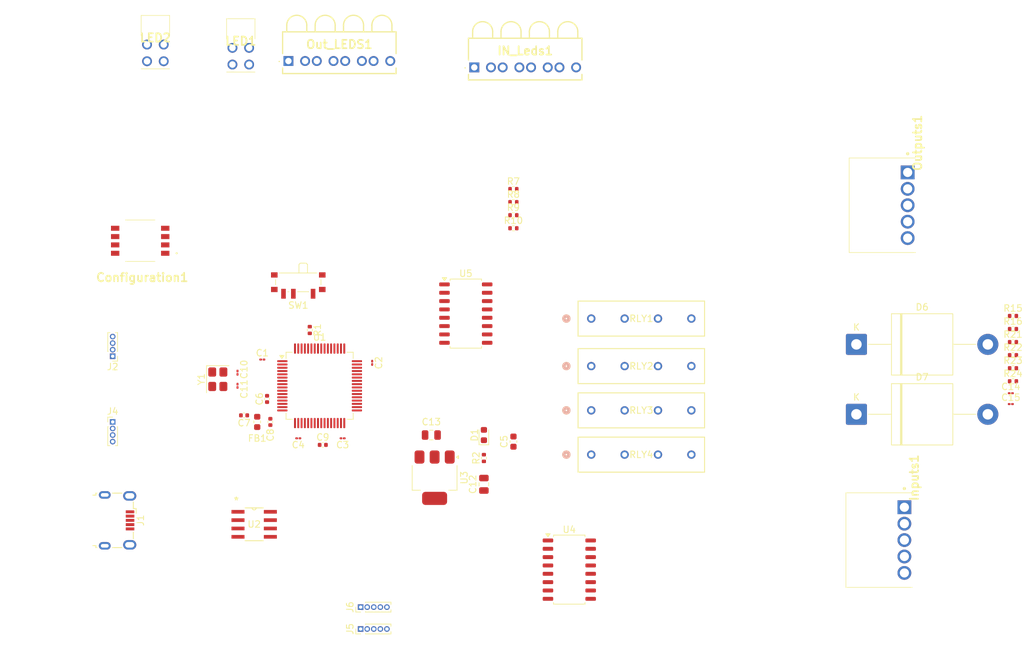
<source format=kicad_pcb>
(kicad_pcb (version 20241229) (generator "pcbnew") (generator_version "9.0")
  (layers (0 "F.Cu" signal) (2 "B.Cu" power) (13 "F.Paste" user) (15 "B.Paste" user) (5 "F.SilkS" user "F.Silkscreen") (7 "B.SilkS" user "B.Silkscreen") (1 "F.Mask" user) (3 "B.Mask" user) (25 "Edge.Cuts" user))
  (net 0 "")
  (net 1 "+3.3V")
  (net 2 "GND")
  (net 3 "+3.3VA")
  (net 4 "/NRST")
  (net 5 "/HSE_IN")
  (net 6 "/HSE_OUT")
  (net 7 "VBUS")
  (net 8 "/pwr_led_k")
  (net 11 "/USB_D-")
  (net 15 "/USB_D+")
  (net 16 "/swclk")
  (net 17 "/swdio")
  (net 18 "/USART2_TX")
  (net 19 "/USART2_RX")
  (net 20 "/USART3_TX")
  (net 21 "/USART3_RX")
  (net 22 "/BOOT0")
  (net 23 "/SW_BOOT0")
  (net 25 "/GPIO_out2")
  (net 26 "Net-(Inputs1-Pad4)")
  (net 27 "Net-(Inputs1-Pad3)")
  (net 29 "/485B")
  (net 30 "Net-(Inputs1-Pad5)")
  (net 31 "/485A")
  (net 32 "/GPIO_in3")
  (net 33 "/USART2_DE")
  (net 39 "/GPIO_INCon0")
  (net 44 "/GPIO_INCon1")
  (net 45 "/GPIO_INCon2")
  (net 46 "/GPIO_out0")
  (net 48 "/GPIO_INCon4")
  (net 49 "/GPIO_out3")
  (net 50 "/GPIO_in2")
  (net 52 "/GPIO_in0")
  (net 53 "Net-(Inputs1-Pad1)")
  (net 55 "/GPIO_in1")
  (net 59 "/GPIO_INCon3")
  (net 61 "Net-(Inputs1-Pad2)")
  (net 62 "/GPIO_out1")
  (net 65 "/Out0")
  (net 66 "/RelCom")
  (net 67 "/Out2")
  (net 68 "/Out1")
  (net 69 "/Out3")
  (net 70 "/InLED_A1")
  (net 71 "/InLED_Opto0")
  (net 72 "/InLED_A3")
  (net 73 "/Coi0")
  (net 74 "/Coi1")
  (net 75 "/Coi2")
  (net 76 "/Coi3")
  (net 77 "/GPIO_outRel1")
  (net 78 "/GPIO_outRel2")
  (net 79 "/GPIO_outRel0")
  (net 83 "/GPIO_outRel3")
  (net 85 "/InLED_A0")
  (net 86 "Net-(U5-Pad7)")
  (net 87 "Net-(U5-Pad3)")
  (net 88 "Net-(U5-Pad5)")
  (net 89 "Net-(U5-Pad1)")
  (net 90 "Net-(J5-Pin_3)")
  (net 91 "Net-(LED1-K_2)")
  (net 92 "Net-(LED1-K_1)")
  (net 93 "Net-(LED2-K_1)")
  (net 94 "Net-(LED2-K_2)")
  (net 95 "/LEDOut0")
  (net 96 "/LEDOut1")
  (net 97 "/LEDOut3")
  (net 98 "/LEDOut2")
  (net 99 "/InLED_A2")
  (net 100 "/InLED_Opto2")
  (net 101 "/InLED_Opto1")
  (net 102 "/InLED_Opto3")
  (net 103 "Net-(Configuration1-NO_4)")
  (net 104 "Net-(Configuration1-NO_2)")
  (net 105 "Net-(Configuration1-NO_1)")
  (net 106 "Net-(Configuration1-NO_3)")
  (footprint "MountingHole:MountingHole_3.5mm" (layer "F.Cu") (at 56.5 128)
    (property "Reference" "H2")
    (property "Value" "MountingHole")
    (pad "" np_thru_hole circle (at 0 0) (size 3.5 3.5) (drill 3.5) (layers "*.Cu" "*.Mask"))
  )
  (footprint "Capacitor_SMD:C_01005_0402Metric" (layer "F.Cu") (at 89.5 99.5 180)
    (property "Reference" "C3" (at 0 -1 0) (layer "F.SilkS"))
    (property "Value" "100n")
    (pad "1" smd roundrect (at -0.25 0 180) (size 0.4 0.3) (layers "F.Cu" "F.Mask") (net 1 "+3.3V"))
    (pad "2" smd roundrect (at 0.25 0 180) (size 0.4 0.3) (layers "F.Cu" "F.Mask") (net 2 "GND"))
  )
  (footprint "3570-1419-054:RELAY4_3570-1333-051_COM" (layer "F.Cu") (at 127.34 81.2596)
    (property "Reference" "RLY1" (at 7.62 0 0) (layer "F.SilkS"))
    (property "Value" "3570-1333-051")
    (pad "1" thru_hole circle (at 0 0) (size 1.27 1.27) (drill 0.762) (layers "*.Cu" "*.Mask") (net 66 "/RelCom"))
    (pad "2" thru_hole circle (at 5.08 0) (size 1.27 1.27) (drill 0.762) (layers "*.Cu" "*.Mask") (net 7 "VBUS"))
    (pad "3" thru_hole circle (at 10.16 0) (size 1.27 1.27) (drill 0.762) (layers "*.Cu" "*.Mask") (net 73 "/Coi0"))
    (pad "4" thru_hole circle (at 15.24 0) (size 1.27 1.27) (drill 0.762) (layers "*.Cu" "*.Mask") (net 65 "/Out0"))
  )
  (footprint "Capacitor_SMD:C_0402_1005Metric" (layer "F.Cu") (at 74.5 96 180)
    (property "Reference" "C7" (at 0 -1.16 0) (layer "F.SilkS"))
    (property "Value" "1u")
    (pad "1" smd roundrect (at -0.48 0 180) (size 0.56 0.62) (layers "F.Cu" "F.Mask" "F.Paste") (net 3 "+3.3VA"))
    (pad "2" smd roundrect (at 0.48 0 180) (size 0.56 0.62) (layers "F.Cu" "F.Mask" "F.Paste") (net 2 "GND"))
  )
  (footprint "Package_QFP:LQFP-64_10x10mm_P0.5mm" (layer "F.Cu") (at 86 91.5)
    (property "Reference" "U1" (at 0 -7.4 0) (layer "F.SilkS"))
    (property "Value" "STM32F446RETx")
    (pad "1" smd roundrect (at -5.675 -3.75) (size 1.55 0.3) (layers "F.Cu" "F.Mask" "F.Paste") (net 1 "+3.3V"))
    (pad "2" smd roundrect (at -5.675 -3.25) (size 1.55 0.3) (layers "F.Cu" "F.Mask" "F.Paste"))
    (pad "3" smd roundrect (at -5.675 -2.75) (size 1.55 0.3) (layers "F.Cu" "F.Mask" "F.Paste"))
    (pad "4" smd roundrect (at -5.675 -2.25) (size 1.55 0.3) (layers "F.Cu" "F.Mask" "F.Paste"))
    (pad "5" smd roundrect (at -5.675 -1.75) (size 1.55 0.3) (layers "F.Cu" "F.Mask" "F.Paste") (net 5 "/HSE_IN"))
    (pad "6" smd roundrect (at -5.675 -1.25) (size 1.55 0.3) (layers "F.Cu" "F.Mask" "F.Paste") (net 6 "/HSE_OUT"))
    (pad "7" smd roundrect (at -5.675 -0.75) (size 1.55 0.3) (layers "F.Cu" "F.Mask" "F.Paste") (net 4 "/NRST"))
    (pad "8" smd roundrect (at -5.675 -0.25) (size 1.55 0.3) (layers "F.Cu" "F.Mask" "F.Paste") (net 52 "/GPIO_in0"))
    (pad "9" smd roundrect (at -5.675 0.25) (size 1.55 0.3) (layers "F.Cu" "F.Mask" "F.Paste") (net 55 "/GPIO_in1"))
    (pad "10" smd roundrect (at -5.675 0.75) (size 1.55 0.3) (layers "F.Cu" "F.Mask" "F.Paste") (net 50 "/GPIO_in2"))
    (pad "11" smd roundrect (at -5.675 1.25) (size 1.55 0.3) (layers "F.Cu" "F.Mask" "F.Paste") (net 32 "/GPIO_in3"))
    (pad "12" smd roundrect (at -5.675 1.75) (size 1.55 0.3) (layers "F.Cu" "F.Mask" "F.Paste") (net 2 "GND"))
    (pad "13" smd roundrect (at -5.675 2.25) (size 1.55 0.3) (layers "F.Cu" "F.Mask" "F.Paste") (net 3 "+3.3VA"))
    (pad "14" smd roundrect (at -5.675 2.75) (size 1.55 0.3) (layers "F.Cu" "F.Mask" "F.Paste"))
    (pad "15" smd roundrect (at -5.675 3.25) (size 1.55 0.3) (layers "F.Cu" "F.Mask" "F.Paste") (net 33 "/USART2_DE"))
    (pad "16" smd roundrect (at -5.675 3.75) (size 1.55 0.3) (layers "F.Cu" "F.Mask" "F.Paste") (net 18 "/USART2_TX"))
    (pad "17" smd roundrect (at -3.75 5.675) (size 0.3 1.55) (layers "F.Cu" "F.Mask" "F.Paste") (net 19 "/USART2_RX"))
    (pad "18" smd roundrect (at -3.25 5.675) (size 0.3 1.55) (layers "F.Cu" "F.Mask" "F.Paste") (net 2 "GND"))
    (pad "19" smd roundrect (at -2.75 5.675) (size 0.3 1.55) (layers "F.Cu" "F.Mask" "F.Paste") (net 1 "+3.3V"))
    (pad "20" smd roundrect (at -2.25 5.675) (size 0.3 1.55) (layers "F.Cu" "F.Mask" "F.Paste") (net 79 "/GPIO_outRel0"))
    (pad "21" smd roundrect (at -1.75 5.675) (size 0.3 1.55) (layers "F.Cu" "F.Mask" "F.Paste") (net 77 "/GPIO_outRel1"))
    (pad "22" smd roundrect (at -1.25 5.675) (size 0.3 1.55) (layers "F.Cu" "F.Mask" "F.Paste") (net 78 "/GPIO_outRel2"))
    (pad "23" smd roundrect (at -0.75 5.675) (size 0.3 1.55) (layers "F.Cu" "F.Mask" "F.Paste") (net 83 "/GPIO_outRel3"))
    (pad "24" smd roundrect (at -0.25 5.675) (size 0.3 1.55) (layers "F.Cu" "F.Mask" "F.Paste"))
    (pad "25" smd roundrect (at 0.25 5.675) (size 0.3 1.55) (layers "F.Cu" "F.Mask" "F.Paste") (net 21 "/USART3_RX"))
    (pad "26" smd roundrect (at 0.75 5.675) (size 0.3 1.55) (layers "F.Cu" "F.Mask" "F.Paste"))
    (pad "27" smd roundrect (at 1.25 5.675) (size 0.3 1.55) (layers "F.Cu" "F.Mask" "F.Paste"))
    (pad "28" smd roundrect (at 1.75 5.675) (size 0.3 1.55) (layers "F.Cu" "F.Mask" "F.Paste"))
    (pad "29" smd roundrect (at 2.25 5.675) (size 0.3 1.55) (layers "F.Cu" "F.Mask" "F.Paste") (net 20 "/USART3_TX"))
    (pad "30" smd roundrect (at 2.75 5.675) (size 0.3 1.55) (layers "F.Cu" "F.Mask" "F.Paste"))
    (pad "31" smd roundrect (at 3.25 5.675) (size 0.3 1.55) (layers "F.Cu" "F.Mask" "F.Paste") (net 2 "GND"))
    (pad "32" smd roundrect (at 3.75 5.675) (size 0.3 1.55) (layers "F.Cu" "F.Mask" "F.Paste") (net 1 "+3.3V"))
    (pad "33" smd roundrect (at 5.675 3.75) (size 1.55 0.3) (layers "F.Cu" "F.Mask" "F.Paste") (net 39 "/GPIO_INCon0"))
    (pad "34" smd roundrect (at 5.675 3.25) (size 1.55 0.3) (layers "F.Cu" "F.Mask" "F.Paste") (net 45 "/GPIO_INCon2"))
    (pad "35" smd roundrect (at 5.675 2.75) (size 1.55 0.3) (layers "F.Cu" "F.Mask" "F.Paste") (net 59 "/GPIO_INCon3"))
    (pad "36" smd roundrect (at 5.675 2.25) (size 1.55 0.3) (layers "F.Cu" "F.Mask" "F.Paste") (net 59 "/GPIO_INCon3"))
    (pad "37" smd roundrect (at 5.675 1.75) (size 1.55 0.3) (layers "F.Cu" "F.Mask" "F.Paste"))
    (pad "38" smd roundrect (at 5.675 1.25) (size 1.55 0.3) (layers "F.Cu" "F.Mask" "F.Paste"))
    (pad "39" smd roundrect (at 5.675 0.75) (size 1.55 0.3) (layers "F.Cu" "F.Mask" "F.Paste"))
    (pad "40" smd roundrect (at 5.675 0.25) (size 1.55 0.3) (layers "F.Cu" "F.Mask" "F.Paste"))
    (pad "41" smd roundrect (at 5.675 -0.25) (size 1.55 0.3) (layers "F.Cu" "F.Mask" "F.Paste"))
    (pad "42" smd roundrect (at 5.675 -0.75) (size 1.55 0.3) (layers "F.Cu" "F.Mask" "F.Paste"))
    (pad "43" smd roundrect (at 5.675 -1.25) (size 1.55 0.3) (layers "F.Cu" "F.Mask" "F.Paste"))
    (pad "44" smd roundrect (at 5.675 -1.75) (size 1.55 0.3) (layers "F.Cu" "F.Mask" "F.Paste") (net 11 "/USB_D-"))
    (pad "45" smd roundrect (at 5.675 -2.25) (size 1.55 0.3) (layers "F.Cu" "F.Mask" "F.Paste") (net 15 "/USB_D+"))
    (pad "46" smd roundrect (at 5.675 -2.75) (size 1.55 0.3) (layers "F.Cu" "F.Mask" "F.Paste") (net 17 "/swdio"))
    (pad "47" smd roundrect (at 5.675 -3.25) (size 1.55 0.3) (layers "F.Cu" "F.Mask" "F.Paste") (net 2 "GND"))
    (pad "48" smd roundrect (at 5.675 -3.75) (size 1.55 0.3) (layers "F.Cu" "F.Mask" "F.Paste") (net 1 "+3.3V"))
    (pad "49" smd roundrect (at 3.75 -5.675) (size 0.3 1.55) (layers "F.Cu" "F.Mask" "F.Paste") (net 16 "/swclk"))
    (pad "50" smd roundrect (at 3.25 -5.675) (size 0.3 1.55) (layers "F.Cu" "F.Mask" "F.Paste"))
    (pad "51" smd roundrect (at 2.75 -5.675) (size 0.3 1.55) (layers "F.Cu" "F.Mask" "F.Paste"))
    (pad "52" smd roundrect (at 2.25 -5.675) (size 0.3 1.55) (layers "F.Cu" "F.Mask" "F.Paste"))
    (pad "53" smd roundrect (at 1.75 -5.675) (size 0.3 1.55) (layers "F.Cu" "F.Mask" "F.Paste"))
    (pad "54" smd roundrect (at 1.25 -5.675) (size 0.3 1.55) (layers "F.Cu" "F.Mask" "F.Paste"))
    (pad "55" smd roundrect (at 0.75 -5.675) (size 0.3 1.55) (layers "F.Cu" "F.Mask" "F.Paste") (net 46 "/GPIO_out0"))
    (pad "56" smd roundrect (at 0.25 -5.675) (size 0.3 1.55) (layers "F.Cu" "F.Mask" "F.Paste") (net 62 "/GPIO_out1"))
    (pad "57" smd roundrect (at -0.25 -5.675) (size 0.3 1.55) (layers "F.Cu" "F.Mask" "F.Paste") (net 25 "/GPIO_out2"))
    (pad "58" smd roundrect (at -0.75 -5.675) (size 0.3 1.55) (layers "F.Cu" "F.Mask" "F.Paste") (net 49 "/GPIO_out3"))
    (pad "59" smd roundrect (at -1.25 -5.675) (size 0.3 1.55) (layers "F.Cu" "F.Mask" "F.Paste"))
    (pad "60" smd roundrect (at -1.75 -5.675) (size 0.3 1.55) (layers "F.Cu" "F.Mask" "F.Paste") (net 22 "/BOOT0"))
    (pad "61" smd roundrect (at -2.25 -5.675) (size 0.3 1.55) (layers "F.Cu" "F.Mask" "F.Paste"))
    (pad "62" smd roundrect (at -2.75 -5.675) (size 0.3 1.55) (layers "F.Cu" "F.Mask" "F.Paste"))
    (pad "63" smd roundrect (at -3.25 -5.675) (size 0.3 1.55) (layers "F.Cu" "F.Mask" "F.Paste") (net 2 "GND"))
    (pad "64" smd roundrect (at -3.75 -5.675) (size 0.3 1.55) (layers "F.Cu" "F.Mask" "F.Paste") (net 1 "+3.3V"))
  )
  (footprint "Inductor_SMD:L_0603_1608Metric" (layer "F.Cu") (at 76.5 97 -90)
    (property "Reference" "FB1" (at 2.5 0 0) (layer "F.SilkS"))
    (property "Value" "120R")
    (pad "1" smd roundrect (at -0.7875 0 270) (size 0.875 0.95) (layers "F.Cu" "F.Mask" "F.Paste") (net 3 "+3.3VA"))
    (pad "2" smd roundrect (at 0.7875 0 270) (size 0.875 0.95) (layers "F.Cu" "F.Mask" "F.Paste") (net 1 "+3.3V"))
  )
  (footprint "Connector_PinHeader_1.00mm:PinHeader_1x04_P1.00mm_Vertical" (layer "F.Cu") (at 54.5 97)
    (property "Reference" "J4" (at 0 -1.61 0) (layer "F.SilkS"))
    (property "Value" "USART3")
    (pad "1" thru_hole rect (at 0 0) (size 0.85 0.85) (drill 0.5) (layers "*.Cu" "*.Mask") (net 1 "+3.3V"))
    (pad "2" thru_hole circle (at 0 1) (size 0.85 0.85) (drill 0.5) (layers "*.Cu" "*.Mask") (net 20 "/USART3_TX"))
    (pad "3" thru_hole circle (at 0 2) (size 0.85 0.85) (drill 0.5) (layers "*.Cu" "*.Mask") (net 21 "/USART3_RX"))
    (pad "4" thru_hole circle (at 0 3) (size 0.85 0.85) (drill 0.5) (layers "*.Cu" "*.Mask") (net 2 "GND"))
  )
  (footprint "Resistor_SMD:R_0402_1005Metric" (layer "F.Cu") (at 115.49 65.51)
    (property "Reference" "R9" (at 0 -1.17 0) (layer "F.SilkS"))
    (property "Value" "1k5")
    (pad "1" smd roundrect (at -0.51 0) (size 0.54 0.64) (layers "F.Cu" "F.Mask" "F.Paste") (net 7 "VBUS"))
    (pad "2" smd roundrect (at 0.51 0) (size 0.54 0.64) (layers "F.Cu" "F.Mask" "F.Paste") (net 75 "/Coi2"))
  )
  (footprint "Capacitor_SMD:C_0402_1005Metric" (layer "F.Cu") (at 86.48 100.5)
    (property "Reference" "C9" (at 0 -1.16 0) (layer "F.SilkS"))
    (property "Value" "100n")
    (pad "1" smd roundrect (at -0.48 0) (size 0.56 0.62) (layers "F.Cu" "F.Mask" "F.Paste") (net 4 "/NRST"))
    (pad "2" smd roundrect (at 0.48 0) (size 0.56 0.62) (layers "F.Cu" "F.Mask" "F.Paste") (net 2 "GND"))
  )
  (footprint "Capacitor_SMD:C_0805_2012Metric" (layer "F.Cu") (at 103 99)
    (property "Reference" "C13" (at 0 -2 0) (layer "F.SilkS"))
    (property "Value" "22u")
    (pad "1" smd roundrect (at -0.95 0) (size 1 1.45) (layers "F.Cu" "F.Mask" "F.Paste") (net 7 "VBUS"))
    (pad "2" smd roundrect (at 0.95 0) (size 1 1.45) (layers "F.Cu" "F.Mask" "F.Paste") (net 2 "GND"))
  )
  (footprint "1963450:1963450" (layer "F.Cu") (at 175.5 59 -90)
    (property "Reference" "Outputs1" (at -4.5 -1.5 90) (layer "F.SilkS") (effects (font (size 1.27 1.27) (thickness 0.254))))
    (property "Value" "1963450" (hide yes))
    (pad "1" thru_hole rect (at 0 0 270) (size 2.1 2.1) (drill 1.4) (layers "*.Cu" "*.Mask") (net 69 "/Out3"))
    (pad "2" thru_hole circle (at 2.5 0 270) (size 2.1 2.1) (drill 1.4) (layers "*.Cu" "*.Mask") (net 67 "/Out2"))
    (pad "3" thru_hole circle (at 5 0 270) (size 2.1 2.1) (drill 1.4) (layers "*.Cu" "*.Mask") (net 68 "/Out1"))
    (pad "4" thru_hole circle (at 7.5 0 270) (size 2.1 2.1) (drill 1.4) (layers "*.Cu" "*.Mask") (net 65 "/Out0"))
    (pad "5" thru_hole circle (at 10 0 270) (size 2.1 2.1) (drill 1.4) (layers "*.Cu" "*.Mask") (net 66 "/RelCom"))
  )
  (footprint "Capacitor_SMD:C_01005_0402Metric" (layer "F.Cu") (at 191.2 94.28)
    (property "Reference" "C15" (at 0 -1 0) (layer "F.SilkS"))
    (property "Value" "100n")
    (pad "1" smd roundrect (at -0.25 0) (size 0.4 0.3) (layers "F.Cu" "F.Mask") (net 1 "+3.3V"))
    (pad "2" smd roundrect (at 0.25 0) (size 0.4 0.3) (layers "F.Cu" "F.Mask") (net 2 "GND"))
  )
  (footprint "Resistor_SMD:R_0402_1005Metric" (layer "F.Cu") (at 191.53 84.84)
    (property "Reference" "R21" (at 0 -1.17 0) (layer "F.SilkS"))
    (property "Value" "10K")
    (pad "1" smd roundrect (at -0.51 0) (size 0.54 0.64) (layers "F.Cu" "F.Mask" "F.Paste") (net 39 "/GPIO_INCon0"))
    (pad "2" smd roundrect (at 0.51 0) (size 0.54 0.64) (layers "F.Cu" "F.Mask" "F.Paste") (net 1 "+3.3V"))
  )
  (footprint "Connector_PinHeader_1.00mm:PinHeader_1x05_P1.00mm_Vertical" (layer "F.Cu") (at 92.24 128.54 90)
    (property "Reference" "J5" (at 0 -1.61 90) (layer "F.SilkS"))
    (property "Value" "InterPCBBus1")
    (pad "1" thru_hole rect (at 0 0 90) (size 0.85 0.85) (drill 0.5) (layers "*.Cu" "*.Mask") (net 7 "VBUS"))
    (pad "2" thru_hole circle (at 0 1 90) (size 0.85 0.85) (drill 0.5) (layers "*.Cu" "*.Mask") (net 29 "/485B"))
    (pad "3" thru_hole circle (at 0 2 90) (size 0.85 0.85) (drill 0.5) (layers "*.Cu" "*.Mask") (net 90 "Net-(J5-Pin_3)"))
    (pad "4" thru_hole circle (at 0 3 90) (size 0.85 0.85) (drill 0.5) (layers "*.Cu" "*.Mask") (net 31 "/485A"))
    (pad "5" thru_hole circle (at 0 4 90) (size 0.85 0.85) (drill 0.5) (layers "*.Cu" "*.Mask") (net 7 "VBUS"))
  )
  (footprint "MountingHole:MountingHole_3.5mm" (layer "F.Cu") (at 142 48.5)
    (property "Reference" "H3")
    (property "Value" "MountingHole")
    (pad "" np_thru_hole circle (at 0 0) (size 3.5 3.5) (drill 3.5) (layers "*.Cu" "*.Mask"))
  )
  (footprint "Resistor_SMD:R_0402_1005Metric" (layer "F.Cu") (at 115.49 63.52)
    (property "Reference" "R8" (at 0 -1.17 0) (layer "F.SilkS"))
    (property "Value" "1k5")
    (pad "1" smd roundrect (at -0.51 0) (size 0.54 0.64) (layers "F.Cu" "F.Mask" "F.Paste") (net 7 "VBUS"))
    (pad "2" smd roundrect (at 0.51 0) (size 0.54 0.64) (layers "F.Cu" "F.Mask" "F.Paste") (net 74 "/Coi1"))
  )
  (footprint "Capacitor_SMD:C_01005_0402Metric" (layer "F.Cu") (at 73.5 91.5 -90)
    (property "Reference" "C11" (at 0.5 -1 90) (layer "F.SilkS"))
    (property "Value" "10p")
    (pad "1" smd roundrect (at -0.25 0 270) (size 0.4 0.3) (layers "F.Cu" "F.Mask") (net 6 "/HSE_OUT"))
    (pad "2" smd roundrect (at 0.25 0 270) (size 0.4 0.3) (layers "F.Cu" "F.Mask") (net 2 "GND"))
  )
  (footprint "Package_SO:SOP-16_4.55x10.3mm_P1.27mm" (layer "F.Cu") (at 124 119.5)
    (property "Reference" "U4" (at 0 -6.1 0) (layer "F.SilkS"))
    (property "Value" "TLP290-4")
    (pad "1" smd roundrect (at -3.25 -4.445) (size 1.6 0.6) (layers "F.Cu" "F.Mask" "F.Paste") (net 71 "/InLED_Opto0"))
    (pad "2" smd roundrect (at -3.25 -3.175) (size 1.6 0.6) (layers "F.Cu" "F.Mask" "F.Paste") (net 53 "Net-(Inputs1-Pad1)"))
    (pad "3" smd roundrect (at -3.25 -1.905) (size 1.6 0.6) (layers "F.Cu" "F.Mask" "F.Paste") (net 101 "/InLED_Opto1"))
    (pad "4" smd roundrect (at -3.25 -0.635) (size 1.6 0.6) (layers "F.Cu" "F.Mask" "F.Paste") (net 53 "Net-(Inputs1-Pad1)"))
    (pad "5" smd roundrect (at -3.25 0.635) (size 1.6 0.6) (layers "F.Cu" "F.Mask" "F.Paste") (net 102 "/InLED_Opto3"))
    (pad "6" smd roundrect (at -3.25 1.905) (size 1.6 0.6) (layers "F.Cu" "F.Mask" "F.Paste") (net 53 "Net-(Inputs1-Pad1)"))
    (pad "7" smd roundrect (at -3.25 3.175) (size 1.6 0.6) (layers "F.Cu" "F.Mask" "F.Paste") (net 100 "/InLED_Opto2"))
    (pad "8" smd roundrect (at -3.25 4.445) (size 1.6 0.6) (layers "F.Cu" "F.Mask" "F.Paste") (net 53 "Net-(Inputs1-Pad1)"))
    (pad "9" smd roundrect (at 3.25 4.445) (size 1.6 0.6) (layers "F.Cu" "F.Mask" "F.Paste") (net 2 "GND"))
    (pad "10" smd roundrect (at 3.25 3.175) (size 1.6 0.6) (layers "F.Cu" "F.Mask" "F.Paste") (net 45 "/GPIO_INCon2"))
    (pad "11" smd roundrect (at 3.25 1.905) (size 1.6 0.6) (layers "F.Cu" "F.Mask" "F.Paste") (net 2 "GND"))
    (pad "12" smd roundrect (at 3.25 0.635) (size 1.6 0.6) (layers "F.Cu" "F.Mask" "F.Paste") (net 48 "/GPIO_INCon4"))
    (pad "13" smd roundrect (at 3.25 -0.635) (size 1.6 0.6) (layers "F.Cu" "F.Mask" "F.Paste") (net 2 "GND"))
    (pad "14" smd roundrect (at 3.25 -1.905) (size 1.6 0.6) (layers "F.Cu" "F.Mask" "F.Paste") (net 44 "/GPIO_INCon1"))
    (pad "15" smd roundrect (at 3.25 -3.175) (size 1.6 0.6) (layers "F.Cu" "F.Mask" "F.Paste") (net 2 "GND"))
    (pad "16" smd roundrect (at 3.25 -4.445) (size 1.6 0.6) (layers "F.Cu" "F.Mask" "F.Paste") (net 39 "/GPIO_INCon0"))
  )
  (footprint "Button_Switch_SMD:SW_SPDT_PCM12" (layer "F.Cu") (at 82.75 76.045 180)
    (property "Reference" "SW1" (at 0 -3.2 0) (layer "F.SilkS"))
    (property "Value" "SW_SPDT")
    (pad "" smd rect (at -3.65 -0.78 180) (size 1 0.8) (layers "F.Cu" "F.Mask" "F.Paste"))
    (pad "" smd rect (at -3.65 1.43 180) (size 1 0.8) (layers "F.Cu" "F.Mask" "F.Paste"))
    (pad "" np_thru_hole circle (at -1.5 0.33 180) (size 0.9 0.9) (drill 0.9) (layers "*.Cu" "*.Mask"))
    (pad "" np_thru_hole circle (at 1.5 0.33 180) (size 0.9 0.9) (drill 0.9) (layers "*.Cu" "*.Mask"))
    (pad "" smd rect (at 3.65 -0.78 180) (size 1 0.8) (layers "F.Cu" "F.Mask" "F.Paste"))
    (pad "" smd rect (at 3.65 1.43 180) (size 1 0.8) (layers "F.Cu" "F.Mask" "F.Paste"))
    (pad "1" smd rect (at -2.25 -1.43 180) (size 0.7 1.5) (layers "F.Cu" "F.Mask" "F.Paste") (net 2 "GND"))
    (pad "2" smd rect (at 0.75 -1.43 180) (size 0.7 1.5) (layers "F.Cu" "F.Mask" "F.Paste") (net 23 "/SW_BOOT0"))
    (pad "3" smd rect (at 2.25 -1.43 180) (size 0.7 1.5) (layers "F.Cu" "F.Mask" "F.Paste") (net 1 "+3.3V"))
  )
  (footprint "DipSW_DHNF04F:DHNF04FTVTR" (layer "F.Cu") (at 58.69 69.405 90)
    (property "Reference" "Configuration1" (at -5.595 0.31 180) (layer "F.SilkS") (effects (font (size 1.27 1.27) (thickness 0.254))))
    (property "Value" "DHNF-04F-T-V-T_R" (hide yes))
    (pad "1" smd rect (at -1.905 3.81 90) (size 0.76 1.27) (layers "F.Cu" "F.Mask" "F.Paste") (net 2 "GND"))
    (pad "2" smd rect (at -0.635 3.81 90) (size 0.76 1.27) (layers "F.Cu" "F.Mask" "F.Paste") (net 2 "GND"))
    (pad "3" smd rect (at 0.635 3.81 90) (size 0.76 1.27) (layers "F.Cu" "F.Mask" "F.Paste") (net 2 "GND"))
    (pad "4" smd rect (at 1.905 3.81 90) (size 0.76 1.27) (layers "F.Cu" "F.Mask" "F.Paste") (net 2 "GND"))
    (pad "5" smd rect (at 1.905 -3.81 90) (size 0.76 1.27) (layers "F.Cu" "F.Mask" "F.Paste") (net 105 "Net-(Configuration1-NO_1)"))
    (pad "6" smd rect (at 0.635 -3.81 90) (size 0.76 1.27) (layers "F.Cu" "F.Mask" "F.Paste") (net 104 "Net-(Configuration1-NO_2)"))
    (pad "7" smd rect (at -0.635 -3.81 90) (size 0.76 1.27) (layers "F.Cu" "F.Mask" "F.Paste") (net 106 "Net-(Configuration1-NO_3)"))
    (pad "8" smd rect (at -1.905 -3.81 90) (size 0.76 1.27) (layers "F.Cu" "F.Mask" "F.Paste") (net 103 "Net-(Configuration1-NO_4)"))
  )
  (footprint "Connector_PinHeader_1.00mm:PinHeader_1x05_P1.00mm_Vertical" (layer "F.Cu") (at 92.24 125.21 90)
    (property "Reference" "J6" (at 0 -1.61 90) (layer "F.SilkS"))
    (property "Value" "InterPCBBus2")
    (pad "1" thru_hole rect (at 0 0 90) (size 0.85 0.85) (drill 0.5) (layers "*.Cu" "*.Mask") (net 7 "VBUS"))
    (pad "2" thru_hole circle (at 0 1 90) (size 0.85 0.85) (drill 0.5) (layers "*.Cu" "*.Mask") (net 29 "/485B"))
    (pad "3" thru_hole circle (at 0 2 90) (size 0.85 0.85) (drill 0.5) (layers "*.Cu" "*.Mask") (net 90 "Net-(J5-Pin_3)"))
    (pad "4" thru_hole circle (at 0 3 90) (size 0.85 0.85) (drill 0.5) (layers "*.Cu" "*.Mask") (net 31 "/485A"))
    (pad "5" thru_hole circle (at 0 4 90) (size 0.85 0.85) (drill 0.5) (layers "*.Cu" "*.Mask") (net 7 "VBUS"))
  )
  (footprint "Capacitor_SMD:C_01005_0402Metric" (layer "F.Cu") (at 73.5 89.5 90)
    (property "Reference" "C10" (at 0.5 1 90) (layer "F.SilkS"))
    (property "Value" "10p")
    (pad "1" smd roundrect (at -0.25 0 90) (size 0.4 0.3) (layers "F.Cu" "F.Mask") (net 5 "/HSE_IN"))
    (pad "2" smd roundrect (at 0.25 0 90) (size 0.4 0.3) (layers "F.Cu" "F.Mask") (net 2 "GND"))
  )
  (footprint "LED 553-0122F:5530122F" (layer "F.Cu") (at 75.27 40.025 180)
    (property "Reference" "LED1" (at 1.27 1.025 180) (layer "F.SilkS") (effects (font (size 1.27 1.27) (thickness 0.254))))
    (property "Value" "553-0122F" (hide yes))
    (pad "1" thru_hole circle (at 0 0 180) (size 1.5 1.5) (drill 1) (layers "*.Cu" "*.Mask") (net 62 "/GPIO_out1"))
    (pad "2" thru_hole circle (at 2.54 0 180) (size 1.5 1.5) (drill 1) (layers "*.Cu" "*.Mask") (net 92 "Net-(LED1-K_1)"))
    (pad "3" thru_hole circle (at 0 -2.54 180) (size 1.5 1.5) (drill 1) (layers "*.Cu" "*.Mask") (net 46 "/GPIO_out0"))
    (pad "4" thru_hole circle (at 2.54 -2.54 180) (size 1.5 1.5) (drill 1) (layers "*.Cu" "*.Mask") (net 91 "Net-(LED1-K_2)"))
  )
  (footprint "Capacitor_SMD:C_0402_1005Metric" (layer "F.Cu") (at 78.5 97 90)
    (property "Reference" "C8" (at -2 0 90) (layer "F.SilkS"))
    (property "Value" "1u")
    (pad "1" smd roundrect (at -0.48 0 90) (size 0.56 0.62) (layers "F.Cu" "F.Mask" "F.Paste") (net 1 "+3.3V"))
    (pad "2" smd roundrect (at 0.48 0 90) (size 0.56 0.62) (layers "F.Cu" "F.Mask" "F.Paste") (net 2 "GND"))
  )
  (footprint "Resistor_SMD:R_0402_1005Metric" (layer "F.Cu") (at 191.53 82.85)
    (property "Reference" "R16" (at 0 -1.17 0) (layer "F.SilkS"))
    (property "Value" "10K")
    (pad "1" smd roundrect (at -0.51 0) (size 0.54 0.64) (layers "F.Cu" "F.Mask" "F.Paste") (net 2 "GND"))
    (pad "2" smd roundrect (at 0.51 0) (size 0.54 0.64) (layers "F.Cu" "F.Mask" "F.Paste") (net 33 "/USART2_DE"))
  )
  (footprint "LED 551 0207 004F:5510207004F" (layer "F.Cu") (at 109.54 43 180)
    (property "Reference" "IN_Leds1" (at -7.75 2.527 180) (layer "F.SilkS") (effects (font (size 1.27 1.27) (thickness 0.254))))
    (property "Value" "551-0207-004F" (hide yes))
    (pad "1" thru_hole rect (at 0 0 180) (size 1.509 1.509) (drill 0.97) (layers "*.Cu" "*.Mask") (net 102 "/InLED_Opto3"))
    (pad "2" thru_hole circle (at -2.54 0 180) (size 1.509 1.509) (drill 0.97) (layers "*.Cu" "*.Mask") (net 72 "/InLED_A3"))
    (pad "3" thru_hole circle (at -4.32 0 180) (size 1.509 1.509) (drill 0.97) (layers "*.Cu" "*.Mask") (net 100 "/InLED_Opto2"))
    (pad "4" thru_hole circle (at -6.86 0 180) (size 1.509 1.509) (drill 0.97) (layers "*.Cu" "*.Mask") (net 99 "/InLED_A2"))
    (pad "5" thru_hole circle (at -8.64 0 180) (size 1.509 1.509) (drill 0.97) (layers "*.Cu" "*.Mask") (net 101 "/InLED_Opto1"))
    (pad "6" thru_hole circle (at -11.18 0 180) (size 1.509 1.509) (drill 0.97) (layers "*.Cu" "*.Mask") (net 70 "/InLED_A1"))
    (pad "7" thru_hole circle (at -12.96 0 180) (size 1.509 1.509) (drill 0.97) (layers "*.Cu" "*.Mask") (net 71 "/InLED_Opto0"))
    (pad "8" thru_hole circle (at -15.5 0 180) (size 1.509 1.509) (drill 0.97) (layers "*.Cu" "*.Mask") (net 85 "/InLED_A0"))
  )
  (footprint "Capacitor_SMD:C_0402_1005Metric" (layer "F.Cu") (at 78 93.5 90)
    (property "Reference" "C6" (at 0 -1.16 90) (layer "F.SilkS"))
    (property "Value" "10n")
    (pad "1" smd roundrect (at -0.48 0 90) (size 0.56 0.62) (layers "F.Cu" "F.Mask" "F.Paste") (net 3 "+3.3VA"))
    (pad "2" smd roundrect (at 0.48 0 90) (size 0.56 0.62) (layers "F.Cu" "F.Mask" "F.Paste") (net 2 "GND"))
  )
  (footprint "Resistor_SMD:R_0402_1005Metric" (layer "F.Cu") (at 84.5 83 -90)
    (property "Reference" "R1" (at 0 -1.17 90) (layer "F.SilkS"))
    (property "Value" "10K")
    (pad "1" smd roundrect (at -0.51 0 270) (size 0.54 0.64) (layers "F.Cu" "F.Mask" "F.Paste") (net 23 "/SW_BOOT0"))
    (pad "2" smd roundrect (at 0.51 0 270) (size 0.54 0.64) (layers "F.Cu" "F.Mask" "F.Paste") (net 22 "/BOOT0"))
  )
  (footprint "Diode_THT:D_P600_R-6_P20.00mm_Horizontal" (layer "F.Cu") (at 167.7 85.19)
    (property "Reference" "D6" (at 10 -5.67 0) (layer "F.SilkS"))
    (property "Value" "5KPxxCA")
    (fp_text user "K" (at 0 -2.6 0) (layer "F.SilkS"))
    (pad "1" thru_hole roundrect (at 0 0) (size 3.2 3.2) (drill 1.6) (layers "*.Cu" "*.Mask") (roundrect_rratio 0.078125) (net 2 "GND"))
    (pad "2" thru_hole circle (at 20 0) (size 3.2 3.2) (drill 1.6) (layers "*.Cu" "*.Mask") (net 29 "/485B"))
  )
  (footprint "Crystal:Crystal_SMD_3225-4Pin_3.2x2.5mm" (layer "F.Cu") (at 70.5 90.5 -90)
    (property "Reference" "Y1" (at 0 2.5 90) (layer "F.SilkS"))
    (property "Value" "16MHz")
    (pad "1" smd roundrect (at -1.1 0.85 270) (size 1.4 1.2) (layers "F.Cu" "F.Mask" "F.Paste") (roundrect_rratio 0.208333) (net 5 "/HSE_IN"))
    (pad "2" smd roundrect (at 1.1 0.85 270) (size 1.4 1.2) (layers "F.Cu" "F.Mask" "F.Paste") (roundrect_rratio 0.208333) (net 2 "GND"))
    (pad "3" smd roundrect (at 1.1 -0.85 270) (size 1.4 1.2) (layers "F.Cu" "F.Mask" "F.Paste") (roundrect_rratio 0.208333) (net 6 "/HSE_OUT"))
    (pad "4" smd roundrect (at -1.1 -0.85 270) (size 1.4 1.2) (layers "F.Cu" "F.Mask" "F.Paste") (roundrect_rratio 0.208333) (net 2 "GND"))
  )
  (footprint "Diode_THT:D_P600_R-6_P20.00mm_Horizontal" (layer "F.Cu") (at 167.7 95.84)
    (property "Reference" "D7" (at 10 -5.67 0) (layer "F.SilkS"))
    (property "Value" "5KPxxCA")
    (fp_text user "K" (at 0 -2.6 0) (layer "F.SilkS"))
    (pad "1" thru_hole roundrect (at 0 0) (size 3.2 3.2) (drill 1.6) (layers "*.Cu" "*.Mask") (roundrect_rratio 0.078125) (net 2 "GND"))
    (pad "2" thru_hole circle (at 20 0) (size 3.2 3.2) (drill 1.6) (layers "*.Cu" "*.Mask") (net 31 "/485A"))
  )
  (footprint "3570-1419-054:RELAY4_3570-1333-051_COM" (layer "F.Cu") (at 127.34 95.2404)
    (property "Reference" "RLY3" (at 7.62 0 0) (layer "F.SilkS"))
    (property "Value" "3570-1333-051")
    (pad "1" thru_hole circle (at 0 0) (size 1.27 1.27) (drill 0.762) (layers "*.Cu" "*.Mask") (net 66 "/RelCom"))
    (pad "2" thru_hole circle (at 5.08 0) (size 1.27 1.27) (drill 0.762) (layers "*.Cu" "*.Mask") (net 7 "VBUS"))
    (pad "3" thru_hole circle (at 10.16 0) (size 1.27 1.27) (drill 0.762) (layers "*.Cu" "*.Mask") (net 75 "/Coi2"))
    (pad "4" thru_hole circle (at 15.24 0) (size 1.27 1.27) (drill 0.762) (layers "*.Cu" "*.Mask") (net 67 "/Out2"))
  )
  (footprint "3570-1419-054:RELAY4_3570-1333-051_COM" (layer "F.Cu") (at 127.34 88.5)
    (property "Reference" "RLY2" (at 7.62 0 0) (layer "F.SilkS"))
    (property "Value" "3570-1333-051")
    (pad "1" thru_hole circle (at 0 0) (size 1.27 1.27) (drill 0.762) (layers "*.Cu" "*.Mask") (net 66 "/RelCom"))
    (pad "2" thru_hole circle (at 5.08 0) (size 1.27 1.27) (drill 0.762) (layers "*.Cu" "*.Mask") (net 7 "VBUS"))
    (pad "3" thru_hole circle (at 10.16 0) (size 1.27 1.27) (drill 0.762) (layers "*.Cu" "*.Mask") (net 74 "/Coi1"))
    (pad "4" thru_hole circle (at 15.24 0) (size 1.27 1.27) (drill 0.762) (layers "*.Cu" "*.Mask") (net 68 "/Out1"))
  )
  (footprint "Capacitor_SMD:C_01005_0402Metric" (layer "F.Cu") (at 191.2 92.63)
    (property "Reference" "C14" (at 0 -1 0) (layer "F.SilkS"))
    (property "Value" "100n")
    (pad "1" smd roundrect (at -0.25 0) (size 0.4 0.3) (layers "F.Cu" "F.Mask") (net 1 "+3.3V"))
    (pad "2" smd roundrect (at 0.25 0) (size 0.4 0.3) (layers "F.Cu" "F.Mask") (net 2 "GND"))
  )
  (footprint "Capacitor_SMD:C_01005_0402Metric" (layer "F.Cu") (at 94 88 -90)
    (property "Reference" "C2" (at 0 -1 90) (layer "F.SilkS"))
    (property "Value" "100n")
    (pad "1" smd roundrect (at -0.25 0 270) (size 0.4 0.3) (layers "F.Cu" "F.Mask") (net 1 "+3.3V"))
    (pad "2" smd roundrect (at 0.25 0 270) (size 0.4 0.3) (layers "F.Cu" "F.Mask") (net 2 "GND"))
  )
  (footprint "Resistor_SMD:R_0402_1005Metric" (layer "F.Cu") (at 191.53 88.82)
    (property "Reference" "R23" (at 0 -1.17 0) (layer "F.SilkS"))
    (property "Value" "10K")
    (pad "1" smd roundrect (at -0.51 0) (size 0.54 0.64) (layers "F.Cu" "F.Mask" "F.Paste") (net 45 "/GPIO_INCon2"))
    (pad "2" smd roundrect (at 0.51 0) (size 0.54 0.64) (layers "F.Cu" "F.Mask" "F.Paste") (net 1 "+3.3V"))
  )
  (footprint "Resistor_SMD:R_0402_1005Metric" (layer "F.Cu") (at 191.53 86.83)
    (property "Reference" "R22" (at 0 -1.17 0) (layer "F.SilkS"))
    (property "Value" "10K")
    (pad "1" smd roundrect (at -0.51 0) (size 0.54 0.64) (layers "F.Cu" "F.Mask" "F.Paste") (net 44 "/GPIO_INCon1"))
    (pad "2" smd roundrect (at 0.51 0) (size 0.54 0.64) (layers "F.Cu" "F.Mask" "F.Paste") (net 1 "+3.3V"))
  )
  (footprint "Package_TO_SOT_SMD:SOT-223-3_TabPin2" (layer "F.Cu") (at 103.5 105.5 -90)
    (property "Reference" "U3" (at 0 -4.5 90) (layer "F.SilkS"))
    (property "Value" "AMS1117-3.3")
    (pad "1" smd roundrect (at -3.15 -2.3 270) (size 2 1.5) (layers "F.Cu" "F.Mask" "F.Paste") (net 2 "GND"))
    (pad "2" smd roundrect (at -3.15 0 270) (size 2 1.5) (layers "F.Cu" "F.Mask" "F.Paste") (net 1 "+3.3V"))
    (pad "2" smd roundrect (at 3.15 0 270) (size 2 3.8) (layers "F.Cu" "F.Mask" "F.Paste") (net 1 "+3.3V"))
    (pad "3" smd roundrect (at -3.15 2.3 270) (size 2 1.5) (layers "F.Cu" "F.Mask" "F.Paste") (net 7 "VBUS"))
  )
  (footprint "LED 553-0122F:5530122F" (layer "F.Cu") (at 62.27 39.525 180)
    (property "Reference" "LED2" (at 1.27 1.025 180) (layer "F.SilkS") (effects (font (size 1.27 1.27) (thickness 0.254))))
    (property "Value" "553-0122F" (hide yes))
    (pad "1" thru_hole circle (at 0 0 180) (size 1.5 1.5) (drill 1) (layers "*.Cu" "*.Mask") (net 49 "/GPIO_out3"))
    (pad "2" thru_hole circle (at 2.54 0 180) (size 1.5 1.5) (drill 1) (layers "*.Cu" "*.Mask") (net 93 "Net-(LED2-K_1)"))
    (pad "3" thru_hole circle (at 0 -2.54 180) (size 1.5 1.5) (drill 1) (layers "*.Cu" "*.Mask") (net 25 "/GPIO_out2"))
    (pad "4" thru_hole circle (at 2.54 -2.54 180) (size 1.5 1.5) (drill 1) (layers "*.Cu" "*.Mask") (net 94 "Net-(LED2-K_2)"))
  )
  (footprint "Capacitor_SMD:C_0603_1608Metric" (layer "F.Cu") (at 115.5 100 90)
    (property "Reference" "C5" (at 0 -1.43 90) (layer "F.SilkS"))
    (property "Value" "10u")
    (pad "1" smd roundrect (at -0.775 0 90) (size 0.9 0.95) (layers "F.Cu" "F.Mask" "F.Paste") (net 1 "+3.3V"))
    (pad "2" smd roundrect (at 0.775 0 90) (size 0.9 0.95) (layers "F.Cu" "F.Mask" "F.Paste") (net 2 "GND"))
  )
  (footprint "3570-1419-054:RELAY4_3570-1333-051_COM" (layer "F.Cu") (at 127.34 101.9808)
    (property "Reference" "RLY4" (at 7.62 0 0) (layer "F.SilkS"))
    (property "Value" "3570-1333-051")
    (pad "1" thru_hole circle (at 0 0) (size 1.27 1.27) (drill 0.762) (layers "*.Cu" "*.Mask") (net 66 "/RelCom"))
    (pad "2" thru_hole circle (at 5.08 0) (size 1.27 1.27) (drill 0.762) (layers "*.Cu" "*.Mask") (net 7 "VBUS"))
    (pad "3" thru_hole circle (at 10.16 0) (size 1.27 1.27) (drill 0.762) (layers "*.Cu" "*.Mask") (net 76 "/Coi3"))
    (pad "4" thru_hole circle (at 15.24 0) (size 1.27 1.27) (drill 0.762) (layers "*.Cu" "*.Mask") (net 69 "/Out3"))
  )
  (footprint "1963450:1963450" (layer "F.Cu") (at 175 110 -90)
    (property "Reference" "Inputs1" (at -4.5 -1.5 90) (layer "F.SilkS") (effects (font (size 1.27 1.27) (thickness 0.254))))
    (property "Value" "1963450" (hide yes))
    (pad "1" thru_hole rect (at 0 0 270) (size 2.1 2.1) (drill 1.4) (layers "*.Cu" "*.Mask") (net 53 "Net-(Inputs1-Pad1)"))
    (pad "2" thru_hole circle (at 2.5 0 270) (size 2.1 2.1) (drill 1.4) (layers "*.Cu" "*.Mask") (net 61 "Net-(Inputs1-Pad2)"))
    (pad "3" thru_hole circle (at 5 0 270) (size 2.1 2.1) (drill 1.4) (layers "*.Cu" "*.Mask") (net 27 "Net-(Inputs1-Pad3)"))
    (pad "4" thru_hole circle (at 7.5 0 270) (size 2.1 2.1) (drill 1.4) (layers "*.Cu" "*.Mask") (net 26 "Net-(Inputs1-Pad4)"))
    (pad "5" thru_hole circle (at 10 0 270) (size 2.1 2.1) (drill 1.4) (layers "*.Cu" "*.Mask") (net 30 "Net-(Inputs1-Pad5)"))
  )
  (footprint "Capacitor_SMD:C_0805_2012Metric" (layer "F.Cu") (at 111 106.5 90)
    (property "Reference" "C12" (at 0 -1.68 90) (layer "F.SilkS"))
    (property "Value" "22u")
    (pad "1" smd roundrect (at -0.95 0 90) (size 1 1.45) (layers "F.Cu" "F.Mask" "F.Paste") (net 1 "+3.3V"))
    (pad "2" smd roundrect (at 0.95 0 90) (size 1 1.45) (layers "F.Cu" "F.Mask" "F.Paste") (net 2 "GND"))
  )
  (footprint "Resistor_SMD:R_0402_1005Metric" (layer "F.Cu") (at 191.53 80.86)
    (property "Reference" "R15" (at 0 -1.17 0) (layer "F.SilkS"))
    (property "Value" "10K")
    (pad "1" smd roundrect (at -0.51 0) (size 0.54 0.64) (layers "F.Cu" "F.Mask" "F.Paste") (net 19 "/USART2_RX"))
    (pad "2" smd roundrect (at 0.51 0) (size 0.54 0.64) (layers "F.Cu" "F.Mask" "F.Paste") (net 1 "+3.3V"))
  )
  (footprint "Resistor_SMD:R_0402_1005Metric" (layer "F.Cu") (at 111 102.5 90)
    (property "Reference" "R2" (at 0 -1.17 90) (layer "F.SilkS"))
    (property "Value" "1k5")
    (pad "1" smd roundrect (at -0.51 0 90) (size 0.54 0.64) (layers "F.Cu" "F.Mask" "F.Paste") (net 8 "/pwr_led_k"))
    (pad "2" smd roundrect (at 0.51 0 90) (size 0.54 0.64) (layers "F.Cu" "F.Mask" "F.Paste") (net 2 "GND"))
  )
  (footprint "MountingHole:MountingHole_3.5mm" (layer "F.Cu") (at 42.5 40)
    (property "Reference" "H4")
    (property "Value" "MountingHole")
    (pad "" np_thru_hole circle (at 0 0) (size 3.5 3.5) (drill 3.5) (layers "*.Cu" "*.Mask"))
  )
  (footprint "SN65HVD1781D:SN65HVD1781D" (layer "F.Cu") (at 76.0362 112.595)
    (property "Reference" "U2" (at 0 0 0) (layer "F.SilkS"))
    (property "Value" "SN65HVD1781D")
    (fp_text user "*" (at -2.7178 -3.6068 0) (layer "F.SilkS"))
    (fp_text user "*" (at -2.7178 -3.6068 0) (layer "F.SilkS"))
    (pad "1" smd rect (at -2.4638 -1.905) (size 1.9812 0.5588) (layers "F.Cu" "F.Mask" "F.Paste") (net 19 "/USART2_RX"))
    (pad "2" smd rect (at -2.4638 -0.635) (size 1.9812 0.5588) (layers "F.Cu" "F.Mask" "F.Paste") (net 33 "/USART2_DE"))
    (pad "3" smd rect (at -2.4638 0.635) (size 1.9812 0.5588) (layers "F.Cu" "F.Mask" "F.Paste") (net 33 "/USART2_DE"))
    (pad "4" smd rect (at -2.4638 1.905) (size 1.9812 0.5588) (layers "F.Cu" "F.Mask" "F.Paste") (net 18 "/USART2_TX"))
    (pad "5" smd rect (at 2.4638 1.905) (size 1.9812 0.5588) (layers "F.Cu" "F.Mask" "F.Paste") (net 2 "GND"))
    (pad "6" smd rect (at 2.4638 0.635) (size 1.9812 0.5588) (layers "F.Cu" "F.Mask" "F.Paste") (net 31 "/485A"))
    (pad "7" smd rect (at 2.4638 -0.635) (size 1.9812 0.5588) (layers "F.Cu" "F.Mask" "F.Paste") (net 29 "/485B"))
    (pad "8" smd rect (at 2.4638 -1.905) (size 1.9812 0.5588) (layers "F.Cu" "F.Mask" "F.Paste") (net 1 "+3.3V"))
  )
  (footprint "Capacitor_SMD:C_01005_0402Metric" (layer "F.Cu") (at 82.75 99.5 180)
    (property "Reference" "C4" (at 0 -1 0) (layer "F.SilkS"))
    (property "Value" "100n")
    (pad "1" smd roundrect (at -0.25 0 180) (size 0.4 0.3) (layers "F.Cu" "F.Mask") (net 1 "+3.3V"))
    (pad "2" smd roundrect (at 0.25 0 180) (size 0.4 0.3) (layers "F.Cu" "F.Mask") (net 2 "GND"))
  )
  (footprint "Resistor_SMD:R_0402_1005Metric" (layer "F.Cu") (at 191.53 90.81)
    (property "Reference" "R24" (at 0 -1.17 0) (layer "F.SilkS"))
    (property "Value" "10K")
    (pad "1" smd roundrect (at -0.51 0) (size 0.54 0.64) (layers "F.Cu" "F.Mask" "F.Paste") (net 48 "/GPIO_INCon4"))
    (pad "2" smd roundrect (at 0.51 0) (size 0.54 0.64) (layers "F.Cu" "F.Mask" "F.Paste") (net 1 "+3.3V"))
  )
  (footprint "LED 551 0207 004F:5510207004F" (layer "F.Cu") (at 81.25 42.0275 180)
    (property "Reference" "Out_LEDS1" (at -7.75 2.527 180) (layer "F.SilkS") (effects (font (size 1.27 1.27) (thickness 0.254))))
    (property "Value" "551-0207-004F" (hide yes))
    (pad "1" thru_hole rect (at 0 0 180) (size 1.509 1.509) (drill 0.97) (layers "*.Cu" "*.Mask") (net 97 "/LEDOut3"))
    (pad "2" thru_hole circle (at -2.54 0 180) (size 1.509 1.509) (drill 0.97) (layers "*.Cu" "*.Mask") (net 83 "/GPIO_outRel3"))
    (pad "3" thru_hole circle (at -4.32 0 180) (size 1.509 1.509) (drill 0.97) (layers "*.Cu" "*.Mask") (net 98 "/LEDOut2"))
    (pad "4" thru_hole circle (at -6.86 0 180) (size 1.509 1.509) (drill 0.97) (layers "*.Cu" "*.Mask") (net 78 "/GPIO_outRel2"))
    (pad "5" thru_hole circle (at -8.64 0 180) (size 1.509 1.509) (drill 0.97) (layers "*.Cu" "*.Mask") (net 96 "/LEDOut1"))
    (pad "6" thru_hole circle (at -11.18 0 180) (size 1.509 1.509) (drill 0.97) (layers "*.Cu" "*.Mask") (net 77 "/GPIO_outRel1"))
    (pad "7" thru_hole circle (at -12.96 0 180) (size 1.509 1.509) (drill 0.97) (layers "*.Cu" "*.Mask") (net 95 "/LEDOut0"))
    (pad "8" thru_hole circle (at -15.5 0 180) (size 1.509 1.509) (drill 0.97) (layers "*.Cu" "*.Mask") (net 79 "/GPIO_outRel0"))
  )
  (footprint "Capacitor_SMD:C_01005_0402Metric" (layer "F.Cu") (at 77.275 87.5)
    (property "Reference" "C1" (at 0 -1 0) (layer "F.SilkS"))
    (property "Value" "100n")
    (pad "1" smd roundrect (at -0.25 0) (size 0.4 0.3) (layers "F.Cu" "F.Mask") (net 1 "+3.3V"))
    (pad "2" smd roundrect (at 0.25 0) (size 0.4 0.3) (layers "F.Cu" "F.Mask") (net 2 "GND"))
  )
  (footprint "Connector_USB:USB_Micro-B_Wuerth_629105150521" (layer "F.Cu") (at 55.245 111.995 -90)
    (property "Reference" "J1" (at 0 -3.5 90) (layer "F.SilkS"))
    (property "Value" "USB_B_Micro")
    (pad "" np_thru_hole oval (at -2.5 -0.8 270) (size 0.8 0.8) (drill 0.8) (layers "*.Cu" "*.Mask"))
    (pad "" np_thru_hole oval (at 2.5 -0.8 270) (size 0.8 0.8) (drill 0.8) (layers "*.Cu" "*.Mask"))
    (pad "1" smd rect (at -1.3 -1.9 270) (size 0.45 1.3) (layers "F.Cu" "F.Mask" "F.Paste") (net 7 "VBUS"))
    (pad "2" smd rect (at -0.65 -1.9 270) (size 0.45 1.3) (layers "F.Cu" "F.Mask" "F.Paste") (net 11 "/USB_D-"))
    (pad "3" smd rect (at 0 -1.9 270) (size 0.45 1.3) (layers "F.Cu" "F.Mask" "F.Paste") (net 15 "/USB_D+"))
    (pad "4" smd rect (at 0.65 -1.9 270) (size 0.45 1.3) (layers "F.Cu" "F.Mask" "F.Paste"))
    (pad "5" smd rect (at 1.3 -1.9 270) (size 0.45 1.3) (layers "F.Cu" "F.Mask" "F.Paste") (net 2 "GND"))
    (pad "6" thru_hole oval (at -3.875 1.95 270) (size 1.15 1.8) (drill oval 0.55 1.2) (property pad_prop_heatsink) (layers "*.Cu" "*.Mask"))
    (pad "6" thru_hole oval (at -3.725 -1.85 270) (size 1.45 2) (drill oval 0.85 1.4) (property pad_prop_heatsink) (layers "*.Cu" "*.Mask"))
    (pad "6" thru_hole oval (at 3.725 -1.85 270) (size 1.45 2) (drill oval 0.85 1.4) (property pad_prop_heatsink) (layers "*.Cu" "*.Mask"))
    (pad "6" thru_hole oval (at 3.875 1.95 270) (size 1.15 1.8) (drill oval 0.55 1.2) (property pad_prop_heatsink) (layers "*.Cu" "*.Mask"))
  )
  (footprint "Resistor_SMD:R_0402_1005Metric" (layer "F.Cu") (at 115.49 61.53)
    (property "Reference" "R7" (at 0 -1.17 0) (layer "F.SilkS"))
    (property "Value" "1k5")
    (pad "1" smd roundrect (at -0.51 0) (size 0.54 0.64) (layers "F.Cu" "F.Mask" "F.Paste") (net 7 "VBUS"))
    (pad "2" smd roundrect (at 0.51 0) (size 0.54 0.64) (layers "F.Cu" "F.Mask" "F.Paste") (net 73 "/Coi0"))
  )
  (footprint "Package_SO:SOP-16_4.55x10.3mm_P1.27mm" (layer "F.Cu") (at 108.25 80.5)
    (property "Reference" "U5" (at 0 -6.1 0) (layer "F.SilkS"))
    (property "Value" "TLP290-4")
    (pad "1" smd roundrect (at -3.25 -4.445) (size 1.6 0.6) (layers "F.Cu" "F.Mask" "F.Paste") (net 89 "Net-(U5-Pad1)"))
    (pad "2" smd roundrect (at -3.25 -3.175) (size 1.6 0.6) (layers "F.Cu" "F.Mask" "F.Paste") (net 2 "GND"))
    (pad "3" smd roundrect (at -3.25 -1.905) (size 1.6 0.6) (layers "F.Cu" "F.Mask" "F.Paste") (net 87 "Net-(U5-Pad3)"))
    (pad "4" smd roundrect (at -3.25 -0.635) (size 1.6 0.6) (layers "F.Cu" "F.Mask" "F.Paste") (net 2 "GND"))
    (pad "5" smd roundrect (at -3.25 0.635) (size 1.6 0.6) (layers "F.Cu" "F.Mask" "F.Paste") (net 88 "Net-(U5-Pad5)"))
    (pad "6" smd roundrect (at -3.25 1.905) (size 1.6 0.6) (layers "F.Cu" "F.Mask" "F.Paste") (net 2 "GND"))
    (pad "7" smd roundrect (at -3.25 3.175) (size 1.6 0.6) (layers "F.Cu" "F.Mask" "F.Paste") (net 86 "Net-(U5-Pad7)"))
    (pad "8" smd roundrect (at -3.25 4.445) (size 1.6 0.6) (layers "F.Cu" "F.Mask" "F.Paste") (net 2 "GND"))
    (pad "9" smd roundrect (at 3.25 4.445) (size 1.6 0.6) (layers "F.Cu" "F.Mask" "F.Paste") (net 2 "GND"))
    (pad "10" smd roundrect (at 3.25 3.175) (size 1.6 0.6) (layers "F.Cu" "F.Mask" "F.Paste") (net 76 "/Coi3"))
    (pad "11" smd roundrect (at 3.25 1.905) (size 1.6 0.6) (layers "F.Cu" "F.Mask" "F.Paste") (net 2 "GND"))
    (pad "12" smd roundrect (at 3.25 0.635) (size 1.6 0.6) (layers "F.Cu" "F.Mask" "F.Paste") (net 75 "/Coi2"))
    (pad "13" smd roundrect (at 3.25 -0.635) (size 1.6 0.6) (layers "F.Cu" "F.Mask" "F.Paste") (net 2 "GND"))
    (pad "14" smd roundrect (at 3.25 -1.905) (size 1.6 0.6) (layers "F.Cu" "F.Mask" "F.Paste") (net 74 "/Coi1"))
    (pad "15" smd roundrect (at 3.25 -3.175) (size 1.6 0.6) (layers "F.Cu" "F.Mask" "F.Paste") (net 2 "GND"))
    (pad "16" smd roundrect (at 3.25 -4.445) (size 1.6 0.6) (layers "F.Cu" "F.Mask" "F.Paste") (net 73 "/Coi0"))
  )
  (footprint "LED_SMD:LED_0603_1608Metric" (layer "F.Cu") (at 111 99 90)
    (property "Reference" "D1" (at 0 -1.43 90) (layer "F.SilkS"))
    (property "Value" "LED")
    (pad "1" smd roundrect (at -0.7875 0 90) (size 0.875 0.95) (layers "F.Cu" "F.Mask" "F.Paste") (net 8 "/pwr_led_k"))
    (pad "2" smd roundrect (at 0.7875 0 90) (size 0.875 0.95) (layers "F.Cu" "F.Mask" "F.Paste") (net 1 "+3.3V"))
  )
  (footprint "MountingHole:MountingHole_3.5mm" (layer "F.Cu") (at 147 126)
    (property "Reference" "H1")
    (property "Value" "MountingHole")
    (pad "" np_thru_hole circle (at 0 0) (size 3.5 3.5) (drill 3.5) (layers "*.Cu" "*.Mask"))
  )
  (footprint "Connector_PinHeader_1.00mm:PinHeader_1x04_P1.00mm_Vertical" (layer "F.Cu") (at 54.5 87 180)
    (property "Reference" "J2" (at 0 -1.61 0) (layer "F.SilkS"))
    (property "Value" "SWD Prg")
    (pad "1" thru_hole rect (at 0 0 180) (size 0.85 0.85) (drill 0.5) (layers "*.Cu" "*.Mask") (net 1 "+3.3V"))
    (pad "2" thru_hole circle (at 0 1 180) (size 0.85 0.85) (drill 0.5) (layers "*.Cu" "*.Mask") (net 17 "/swdio"))
    (pad "3" thru_hole circle (at 0 2 180) (size 0.85 0.85) (drill 0.5) (layers "*.Cu" "*.Mask") (net 16 "/swclk"))
    (pad "4" thru_hole circle (at 0 3 180) (size 0.85 0.85) (drill 0.5) (layers "*.Cu" "*.Mask") (net 2 "GND"))
  )
  (footprint "Resistor_SMD:R_0402_1005Metric" (layer "F.Cu") (at 115.49 67.5)
    (property "Reference" "R10" (at 0 -1.17 0) (layer "F.SilkS"))
    (property "Value" "1k5")
    (pad "1" smd roundrect (at -0.51 0) (size 0.54 0.64) (layers "F.Cu" "F.Mask" "F.Paste") (net 7 "VBUS"))
    (pad "2" smd roundrect (at 0.51 0) (size 0.54 0.64) (layers "F.Cu" "F.Mask" "F.Paste") (net 76 "/Coi3"))
  )
)
</source>
